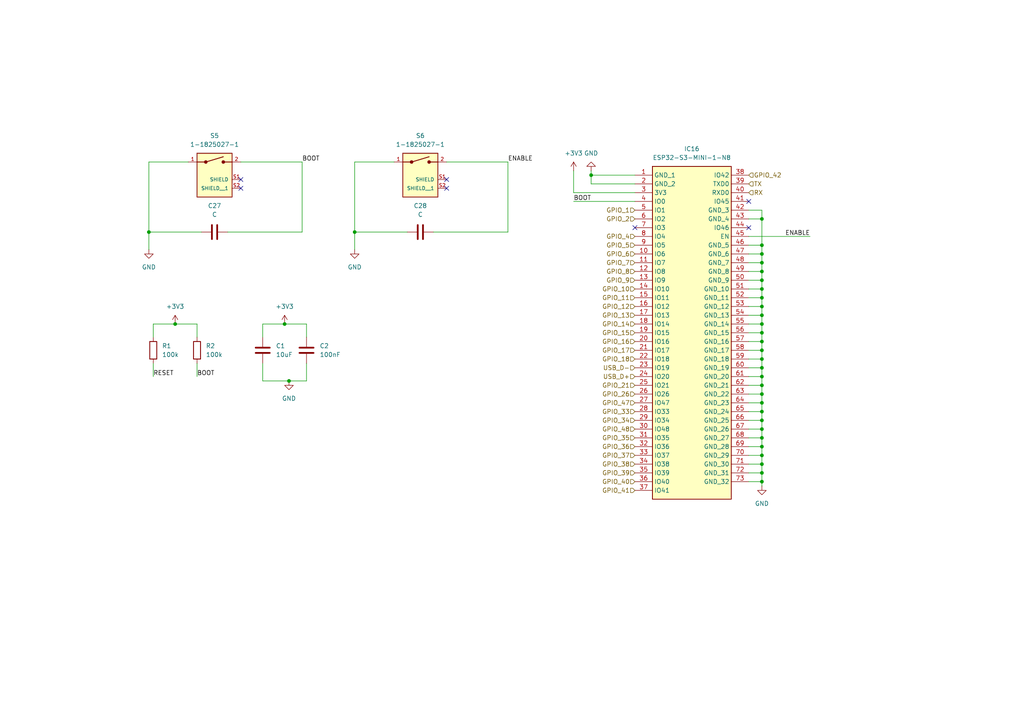
<source format=kicad_sch>
(kicad_sch (version 20250114) (generator "eeschema") (generator_version "9.0")
  (paper "A4")
  (lib_symbols
    (symbol "Device:C" (pin_numbers (hide yes)) (pin_names (offset 0.254))
      (property "Reference" "C" (at 0.635 2.54 0))
      (property "Value" "C" (at 0.635 -2.54 0))
      (symbol "C_0_1"
        (polyline (pts (xy -2.032 0.762) (xy 2.032 0.762)) (stroke (width 0.508)))
        (polyline (pts (xy -2.032 -0.762) (xy 2.032 -0.762)) (stroke (width 0.508)))
      )
      (symbol "C_1_1"
        (pin passive line (at 0 3.81 270) (length 2.794) (name "~") (number "1"))
        (pin passive line (at 0 -3.81 90) (length 2.794) (name "~") (number "2"))
      )
    )
    (symbol "Device:R" (pin_numbers (hide yes)) (pin_names (offset 0))
      (property "Reference" "R" (at 2.032 0 90))
      (property "Value" "R" (at 0 0 90))
      (symbol "R_0_1"
        (rectangle (start -1.016 -2.54) (end 1.016 2.54) (stroke (width 0.254)))
      )
      (symbol "R_1_1"
        (pin passive line (at 0 3.81 270) (length 1.27) (name "~") (number "1"))
        (pin passive line (at 0 -3.81 90) (length 1.27) (name "~") (number "2"))
      )
    )
    (symbol "ESP32-S3-MINI-1-N8-C:ESP32-S3-MINI-1-N8"
      (property "Reference" "IC" (at 29.21 7.62 0))
      (property "Value" "ESP32-S3-MINI-1-N8" (at 29.21 5.08 0))
      (symbol "ESP32-S3-MINI-1-N8_1_1"
        (rectangle (start 5.08 2.54) (end 27.94 -93.98) (stroke (width 0.254)) (fill (type background)))
        (pin passive line (at 0 0 0) (length 5.08) (name "GND_1") (number "1"))
        (pin passive line (at 0 -2.54 0) (length 5.08) (name "GND_2") (number "2"))
        (pin passive line (at 0 -5.08 0) (length 5.08) (name "3V3") (number "3"))
        (pin passive line (at 0 -7.62 0) (length 5.08) (name "IO0") (number "4"))
        (pin passive line (at 0 -10.16 0) (length 5.08) (name "IO1") (number "5"))
        (pin passive line (at 0 -12.7 0) (length 5.08) (name "IO2") (number "6"))
        (pin passive line (at 0 -15.24 0) (length 5.08) (name "IO3") (number "7"))
        (pin passive line (at 0 -17.78 0) (length 5.08) (name "IO4") (number "8"))
        (pin passive line (at 0 -20.32 0) (length 5.08) (name "IO5") (number "9"))
        (pin passive line (at 0 -22.86 0) (length 5.08) (name "IO6") (number "10"))
        (pin passive line (at 0 -25.4 0) (length 5.08) (name "IO7") (number "11"))
        (pin passive line (at 0 -27.94 0) (length 5.08) (name "IO8") (number "12"))
        (pin passive line (at 0 -30.48 0) (length 5.08) (name "IO9") (number "13"))
        (pin passive line (at 0 -33.02 0) (length 5.08) (name "IO10") (number "14"))
        (pin passive line (at 0 -35.56 0) (length 5.08) (name "IO11") (number "15"))
        (pin passive line (at 0 -38.1 0) (length 5.08) (name "IO12") (number "16"))
        (pin passive line (at 0 -40.64 0) (length 5.08) (name "IO13") (number "17"))
        (pin passive line (at 0 -43.18 0) (length 5.08) (name "IO14") (number "18"))
        (pin passive line (at 0 -45.72 0) (length 5.08) (name "IO15") (number "19"))
        (pin passive line (at 0 -48.26 0) (length 5.08) (name "IO16") (number "20"))
        (pin passive line (at 0 -50.8 0) (length 5.08) (name "IO17") (number "21"))
        (pin passive line (at 0 -53.34 0) (length 5.08) (name "IO18") (number "22"))
        (pin passive line (at 0 -55.88 0) (length 5.08) (name "IO19") (number "23"))
        (pin passive line (at 0 -58.42 0) (length 5.08) (name "IO20") (number "24"))
        (pin passive line (at 0 -60.96 0) (length 5.08) (name "IO21") (number "25"))
        (pin passive line (at 0 -63.5 0) (length 5.08) (name "IO26") (number "26"))
        (pin passive line (at 0 -66.04 0) (length 5.08) (name "IO47") (number "27"))
        (pin passive line (at 0 -68.58 0) (length 5.08) (name "IO33") (number "28"))
        (pin passive line (at 0 -71.12 0) (length 5.08) (name "IO34") (number "29"))
        (pin passive line (at 0 -73.66 0) (length 5.08) (name "IO48") (number "30"))
        (pin passive line (at 0 -76.2 0) (length 5.08) (name "IO35") (number "31"))
        (pin passive line (at 0 -78.74 0) (length 5.08) (name "IO36") (number "32"))
        (pin passive line (at 0 -81.28 0) (length 5.08) (name "IO37") (number "33"))
        (pin passive line (at 0 -83.82 0) (length 5.08) (name "IO38") (number "34"))
        (pin passive line (at 0 -86.36 0) (length 5.08) (name "IO39") (number "35"))
        (pin passive line (at 0 -88.9 0) (length 5.08) (name "IO40") (number "36"))
        (pin passive line (at 0 -91.44 0) (length 5.08) (name "IO41") (number "37"))
        (pin passive line (at 33.02 0 180) (length 5.08) (name "IO42") (number "38"))
        (pin passive line (at 33.02 -2.54 180) (length 5.08) (name "TXD0") (number "39"))
        (pin passive line (at 33.02 -5.08 180) (length 5.08) (name "RXD0") (number "40"))
        (pin passive line (at 33.02 -7.62 180) (length 5.08) (name "IO45") (number "41"))
        (pin passive line (at 33.02 -10.16 180) (length 5.08) (name "GND_3") (number "42"))
        (pin passive line (at 33.02 -12.7 180) (length 5.08) (name "GND_4") (number "43"))
        (pin passive line (at 33.02 -15.24 180) (length 5.08) (name "IO46") (number "44"))
        (pin passive line (at 33.02 -17.78 180) (length 5.08) (name "EN") (number "45"))
        (pin passive line (at 33.02 -20.32 180) (length 5.08) (name "GND_5") (number "46"))
        (pin passive line (at 33.02 -22.86 180) (length 5.08) (name "GND_6") (number "47"))
        (pin passive line (at 33.02 -25.4 180) (length 5.08) (name "GND_7") (number "48"))
        (pin passive line (at 33.02 -27.94 180) (length 5.08) (name "GND_8") (number "49"))
        (pin passive line (at 33.02 -30.48 180) (length 5.08) (name "GND_9") (number "50"))
        (pin passive line (at 33.02 -33.02 180) (length 5.08) (name "GND_10") (number "51"))
        (pin passive line (at 33.02 -35.56 180) (length 5.08) (name "GND_11") (number "52"))
        (pin passive line (at 33.02 -38.1 180) (length 5.08) (name "GND_12") (number "53"))
        (pin passive line (at 33.02 -40.64 180) (length 5.08) (name "GND_13") (number "54"))
        (pin passive line (at 33.02 -43.18 180) (length 5.08) (name "GND_14") (number "55"))
        (pin passive line (at 33.02 -45.72 180) (length 5.08) (name "GND_15") (number "56"))
        (pin passive line (at 33.02 -48.26 180) (length 5.08) (name "GND_16") (number "57"))
        (pin passive line (at 33.02 -50.8 180) (length 5.08) (name "GND_17") (number "58"))
        (pin passive line (at 33.02 -53.34 180) (length 5.08) (name "GND_18") (number "59"))
        (pin passive line (at 33.02 -55.88 180) (length 5.08) (name "GND_19") (number "60"))
        (pin passive line (at 33.02 -58.42 180) (length 5.08) (name "GND_20") (number "61"))
        (pin passive line (at 33.02 -60.96 180) (length 5.08) (name "GND_21") (number "62"))
        (pin passive line (at 33.02 -63.5 180) (length 5.08) (name "GND_22") (number "63"))
        (pin passive line (at 33.02 -66.04 180) (length 5.08) (name "GND_23") (number "64"))
        (pin passive line (at 33.02 -68.58 180) (length 5.08) (name "GND_24") (number "65"))
        (pin passive line (at 33.02 -71.12 180) (length 5.08) (name "GND_25") (number "66"))
        (pin passive line (at 33.02 -73.66 180) (length 5.08) (name "GND_26") (number "67"))
        (pin passive line (at 33.02 -76.2 180) (length 5.08) (name "GND_27") (number "68"))
        (pin passive line (at 33.02 -78.74 180) (length 5.08) (name "GND_28") (number "69"))
        (pin passive line (at 33.02 -81.28 180) (length 5.08) (name "GND_29") (number "70"))
        (pin passive line (at 33.02 -83.82 180) (length 5.08) (name "GND_30") (number "71"))
        (pin passive line (at 33.02 -86.36 180) (length 5.08) (name "GND_31") (number "72"))
        (pin passive line (at 33.02 -88.9 180) (length 5.08) (name "GND_32") (number "73"))
      )
    )
    (symbol "afterburner_symbolic:1-1825027-1" (pin_names (offset 1.016))
      (property "Reference" "S" (at -5.0839 5.5923 0))
      (property "Value" "1-1825027-1" (at -5.0831 -9.9105 0))
      (symbol "1-1825027-1_0_0"
        (polyline (pts (xy -5.08 2.54) (xy -2.54 2.54)) (stroke (width 0.254)))
        (rectangle (start -5.08 -7.62) (end 5.08 5.08) (stroke (width 0.254)) (fill (type background)))
        (circle (center -2.54 2.54) (radius 0.254) (stroke (width 0.508)))
        (polyline (pts (xy -2.54 2.54) (xy 2.54 4.064)) (stroke (width 0.254)))
        (polyline (pts (xy 2.54 2.54) (xy 5.08 2.54)) (stroke (width 0.254)))
        (circle (center 2.54 2.54) (radius 0.254) (stroke (width 0.508)))
        (pin passive line (at -7.62 2.54 0) (length 2.54) (name "~") (number "1"))
        (pin passive line (at 7.62 2.54 180) (length 2.54) (name "~") (number "2"))
        (pin power_in line (at 7.62 -2.54 180) (length 2.54) (name "SHIELD") (number "S1"))
        (pin power_in line (at 7.62 -5.08 180) (length 2.54) (name "SHIELD__1") (number "S2"))
      )
    )
    (symbol "power:+3V3" (power) (pin_numbers (hide yes)) (pin_names (offset 0) (hide yes))
      (property "Value" "+3V3" (at 0 3.556 0))
      (symbol "+3V3_0_1"
        (polyline (pts (xy -0.762 1.27) (xy 0 2.54)))
        (polyline (pts (xy 0 2.54) (xy 0.762 1.27)))
        (polyline (pts (xy 0 0) (xy 0 2.54)))
      )
      (symbol "+3V3_1_1"
        (pin power_in line (at 0 0 90) (length 0) (name "~") (number "1"))
      )
    )
    (symbol "power:GND" (power) (pin_numbers (hide yes)) (pin_names (offset 0) (hide yes))
      (property "Value" "GND" (at 0 -3.81 0))
      (symbol "GND_0_1"
        (polyline (pts (xy 0 0) (xy 0 -1.27) (xy 1.27 -1.27) (xy 0 -2.54) (xy -1.27 -1.27) (xy 0 -1.27)))
      )
      (symbol "GND_1_1"
        (pin power_in line (at 0 0 270) (length 0) (name "~") (number "1"))
      )
    )
  )
  (junction (at 220.98 71.12))
  (junction (at 220.98 86.36))
  (junction (at 220.98 93.98))
  (junction (at 220.98 88.9))
  (junction (at 220.98 63.5))
  (junction (at 220.98 91.44))
  (junction (at 220.98 137.16))
  (junction (at 171.45 50.8))
  (junction (at 220.98 104.14))
  (junction (at 220.98 96.52))
  (junction (at 220.98 139.7))
  (junction (at 220.98 132.08))
  (junction (at 220.98 116.84))
  (junction (at 220.98 78.74))
  (junction (at 220.98 109.22))
  (junction (at 220.98 129.54))
  (junction (at 220.98 106.68))
  (junction (at 83.82 110.49))
  (junction (at 102.87 67.31))
  (junction (at 220.98 111.76))
  (junction (at 220.98 127))
  (junction (at 43.18 67.31))
  (junction (at 220.98 101.6))
  (junction (at 220.98 134.62))
  (junction (at 220.98 121.92))
  (junction (at 220.98 124.46))
  (junction (at 50.8 93.98))
  (junction (at 82.55 93.98))
  (junction (at 220.98 76.2))
  (junction (at 220.98 119.38))
  (junction (at 220.98 99.06))
  (junction (at 220.98 73.66))
  (junction (at 220.98 83.82))
  (junction (at 220.98 81.28))
  (junction (at 220.98 114.3))
  (no_connect (at 217.17 58.42))
  (no_connect (at 69.85 54.61))
  (no_connect (at 184.15 66.04))
  (no_connect (at 217.17 66.04))
  (no_connect (at 129.54 52.07))
  (no_connect (at 129.54 54.61))
  (no_connect (at 69.85 52.07))
  (wire (pts (xy 220.98 99.06) (xy 220.98 96.52)))
  (wire (pts (xy 217.17 86.36) (xy 220.98 86.36)))
  (wire (pts (xy 217.17 119.38) (xy 220.98 119.38)))
  (wire (pts (xy 217.17 134.62) (xy 220.98 134.62)))
  (wire (pts (xy 166.37 55.88) (xy 184.15 55.88)))
  (wire (pts (xy 220.98 83.82) (xy 220.98 81.28)))
  (wire (pts (xy 220.98 76.2) (xy 220.98 73.66)))
  (wire (pts (xy 43.18 46.99) (xy 54.61 46.99)))
  (wire (pts (xy 217.17 88.9) (xy 220.98 88.9)))
  (wire (pts (xy 102.87 67.31) (xy 118.11 67.31)))
  (wire (pts (xy 147.32 67.31) (xy 125.73 67.31)))
  (wire (pts (xy 171.45 53.34) (xy 184.15 53.34)))
  (wire (pts (xy 220.98 93.98) (xy 220.98 91.44)))
  (wire (pts (xy 147.32 46.99) (xy 147.32 67.31)))
  (wire (pts (xy 220.98 134.62) (xy 220.98 137.16)))
  (wire (pts (xy 129.54 46.99) (xy 147.32 46.99)))
  (wire (pts (xy 220.98 119.38) (xy 220.98 121.92)))
  (wire (pts (xy 57.15 105.41) (xy 57.15 109.22)))
  (wire (pts (xy 102.87 67.31) (xy 102.87 46.99)))
  (wire (pts (xy 220.98 78.74) (xy 220.98 76.2)))
  (wire (pts (xy 166.37 58.42) (xy 184.15 58.42)))
  (wire (pts (xy 220.98 139.7) (xy 220.98 140.97)))
  (wire (pts (xy 76.2 110.49) (xy 83.82 110.49)))
  (wire (pts (xy 217.17 91.44) (xy 220.98 91.44)))
  (wire (pts (xy 220.98 114.3) (xy 220.98 116.84)))
  (wire (pts (xy 220.98 71.12) (xy 217.17 71.12)))
  (wire (pts (xy 220.98 81.28) (xy 220.98 78.74)))
  (wire (pts (xy 88.9 105.41) (xy 88.9 110.49)))
  (wire (pts (xy 217.17 73.66) (xy 220.98 73.66)))
  (wire (pts (xy 217.17 60.96) (xy 220.98 60.96)))
  (wire (pts (xy 87.63 46.99) (xy 87.63 67.31)))
  (wire (pts (xy 220.98 127) (xy 220.98 129.54)))
  (wire (pts (xy 217.17 111.76) (xy 220.98 111.76)))
  (wire (pts (xy 217.17 132.08) (xy 220.98 132.08)))
  (wire (pts (xy 220.98 132.08) (xy 220.98 134.62)))
  (wire (pts (xy 87.63 67.31) (xy 66.04 67.31)))
  (wire (pts (xy 217.17 78.74) (xy 220.98 78.74)))
  (wire (pts (xy 57.15 93.98) (xy 50.8 93.98)))
  (wire (pts (xy 220.98 114.3) (xy 220.98 111.76)))
  (wire (pts (xy 220.98 137.16) (xy 220.98 139.7)))
  (wire (pts (xy 217.17 109.22) (xy 220.98 109.22)))
  (wire (pts (xy 44.45 105.41) (xy 44.45 109.22)))
  (wire (pts (xy 220.98 106.68) (xy 220.98 104.14)))
  (wire (pts (xy 234.95 68.58) (xy 217.17 68.58)))
  (wire (pts (xy 220.98 121.92) (xy 220.98 124.46)))
  (wire (pts (xy 171.45 53.34) (xy 171.45 50.8)))
  (wire (pts (xy 166.37 49.53) (xy 166.37 55.88)))
  (wire (pts (xy 76.2 93.98) (xy 82.55 93.98)))
  (wire (pts (xy 217.17 129.54) (xy 220.98 129.54)))
  (wire (pts (xy 43.18 72.39) (xy 43.18 67.31)))
  (wire (pts (xy 220.98 104.14) (xy 220.98 101.6)))
  (wire (pts (xy 88.9 97.79) (xy 88.9 93.98)))
  (wire (pts (xy 217.17 127) (xy 220.98 127)))
  (wire (pts (xy 220.98 111.76) (xy 220.98 109.22)))
  (wire (pts (xy 43.18 67.31) (xy 43.18 46.99)))
  (wire (pts (xy 220.98 96.52) (xy 220.98 93.98)))
  (wire (pts (xy 102.87 72.39) (xy 102.87 67.31)))
  (wire (pts (xy 220.98 116.84) (xy 220.98 119.38)))
  (wire (pts (xy 217.17 76.2) (xy 220.98 76.2)))
  (wire (pts (xy 57.15 97.79) (xy 57.15 93.98)))
  (wire (pts (xy 69.85 46.99) (xy 87.63 46.99)))
  (wire (pts (xy 217.17 104.14) (xy 220.98 104.14)))
  (wire (pts (xy 217.17 139.7) (xy 220.98 139.7)))
  (wire (pts (xy 220.98 88.9) (xy 220.98 86.36)))
  (wire (pts (xy 220.98 124.46) (xy 220.98 127)))
  (wire (pts (xy 88.9 110.49) (xy 83.82 110.49)))
  (wire (pts (xy 217.17 116.84) (xy 220.98 116.84)))
  (wire (pts (xy 217.17 99.06) (xy 220.98 99.06)))
  (wire (pts (xy 171.45 50.8) (xy 171.45 49.53)))
  (wire (pts (xy 220.98 109.22) (xy 220.98 106.68)))
  (wire (pts (xy 220.98 73.66) (xy 220.98 71.12)))
  (wire (pts (xy 44.45 93.98) (xy 44.45 97.79)))
  (wire (pts (xy 217.17 106.68) (xy 220.98 106.68)))
  (wire (pts (xy 220.98 86.36) (xy 220.98 83.82)))
  (wire (pts (xy 88.9 93.98) (xy 82.55 93.98)))
  (wire (pts (xy 217.17 96.52) (xy 220.98 96.52)))
  (wire (pts (xy 102.87 46.99) (xy 114.3 46.99)))
  (wire (pts (xy 220.98 71.12) (xy 220.98 63.5)))
  (wire (pts (xy 217.17 101.6) (xy 220.98 101.6)))
  (wire (pts (xy 76.2 105.41) (xy 76.2 110.49)))
  (wire (pts (xy 76.2 97.79) (xy 76.2 93.98)))
  (wire (pts (xy 43.18 67.31) (xy 58.42 67.31)))
  (wire (pts (xy 217.17 81.28) (xy 220.98 81.28)))
  (wire (pts (xy 217.17 83.82) (xy 220.98 83.82)))
  (wire (pts (xy 217.17 121.92) (xy 220.98 121.92)))
  (wire (pts (xy 220.98 101.6) (xy 220.98 99.06)))
  (wire (pts (xy 220.98 60.96) (xy 220.98 63.5)))
  (wire (pts (xy 217.17 124.46) (xy 220.98 124.46)))
  (wire (pts (xy 220.98 129.54) (xy 220.98 132.08)))
  (wire (pts (xy 220.98 63.5) (xy 217.17 63.5)))
  (wire (pts (xy 171.45 50.8) (xy 184.15 50.8)))
  (wire (pts (xy 217.17 114.3) (xy 220.98 114.3)))
  (wire (pts (xy 220.98 91.44) (xy 220.98 88.9)))
  (wire (pts (xy 44.45 93.98) (xy 50.8 93.98)))
  (wire (pts (xy 217.17 93.98) (xy 220.98 93.98)))
  (wire (pts (xy 217.17 137.16) (xy 220.98 137.16)))
  (label "BOOT" (at 57.15 109.22 0))
  (label "ENABLE" (at 234.95 68.58 180))
  (label "RESET" (at 44.45 109.22 0))
  (label "BOOT" (at 166.37 58.42 0))
  (label "ENABLE" (at 147.32 46.99 0))
  (label "BOOT" (at 87.63 46.99 0))
  (hierarchical_label "GPIO_10" (shape input) (at 184.15 83.82 180))
  (hierarchical_label "USB_D+" (shape input) (at 184.15 109.22 180))
  (hierarchical_label "GPIO_4" (shape input) (at 184.15 68.58 180))
  (hierarchical_label "USB_D-" (shape input) (at 184.15 106.68 180))
  (hierarchical_label "GPIO_7" (shape input) (at 184.15 76.2 180))
  (hierarchical_label "GPIO_42" (shape input) (at 217.17 50.8 0))
  (hierarchical_label "GPIO_36" (shape input) (at 184.15 129.54 180))
  (hierarchical_label "GPIO_15" (shape input) (at 184.15 96.52 180))
  (hierarchical_label "GPIO_38" (shape input) (at 184.15 134.62 180))
  (hierarchical_label "GPIO_17" (shape input) (at 184.15 101.6 180))
  (hierarchical_label "GPIO_26" (shape input) (at 184.15 114.3 180))
  (hierarchical_label "GPIO_9" (shape input) (at 184.15 81.28 180))
  (hierarchical_label "GPIO_5" (shape input) (at 184.15 71.12 180))
  (hierarchical_label "GPIO_48" (shape input) (at 184.15 124.46 180))
  (hierarchical_label "TX" (shape input) (at 217.17 53.34 0))
  (hierarchical_label "GPIO_11" (shape input) (at 184.15 86.36 180))
  (hierarchical_label "GPIO_41" (shape input) (at 184.15 142.24 180))
  (hierarchical_label "GPIO_39" (shape input) (at 184.15 137.16 180))
  (hierarchical_label "GPIO_21" (shape input) (at 184.15 111.76 180))
  (hierarchical_label "GPIO_8" (shape input) (at 184.15 78.74 180))
  (hierarchical_label "GPIO_12" (shape input) (at 184.15 88.9 180))
  (hierarchical_label "GPIO_13" (shape input) (at 184.15 91.44 180))
  (hierarchical_label "GPIO_2" (shape input) (at 184.15 63.5 180))
  (hierarchical_label "GPIO_1" (shape input) (at 184.15 60.96 180))
  (hierarchical_label "RX" (shape input) (at 217.17 55.88 0))
  (hierarchical_label "GPIO_37" (shape input) (at 184.15 132.08 180))
  (hierarchical_label "GPIO_34" (shape input) (at 184.15 121.92 180))
  (hierarchical_label "GPIO_16" (shape input) (at 184.15 99.06 180))
  (hierarchical_label "GPIO_47" (shape input) (at 184.15 116.84 180))
  (hierarchical_label "GPIO_35" (shape input) (at 184.15 127 180))
  (hierarchical_label "GPIO_6" (shape input) (at 184.15 73.66 180))
  (hierarchical_label "GPIO_40" (shape input) (at 184.15 139.7 180))
  (hierarchical_label "GPIO_33" (shape input) (at 184.15 119.38 180))
  (hierarchical_label "GPIO_18" (shape input) (at 184.15 104.14 180))
  (hierarchical_label "GPIO_14" (shape input) (at 184.15 93.98 180))
  (symbol (lib_id "Device:C") (at 121.92 67.31 90) (unit 1)
    (property "Reference" "C28" (at 121.92 59.69 90))
    (property "Value" "C" (at 121.92 62.23 90))
    (property "Footprint" "Capacitor_SMD:C_0402_1005Metric" (effects (hide yes)))
    (property "Description" "Unpolarized capacitor" (effects (hide yes)))
  )
  (symbol (lib_id "Device:R") (at 57.15 101.6 0) (unit 1)
    (property "Reference" "R2" (at 59.69 100.3299 0) (effects (justify left)))
    (property "Value" "100k" (at 59.69 102.8699 0) (effects (justify left)))
    (property "Description" "Resistor" (effects (hide yes)))
  )
  (symbol (lib_id "afterburner_symbolic:1-1825027-1") (at 62.23 49.53 0) (unit 1)
    (property "Reference" "S5" (at 62.23 39.37 0))
    (property "Value" "1-1825027-1" (at 62.23 41.91 0))
    (property "Footprint" "Library:SW_1-1825027-1" (effects (hide yes)))
    (property "PARTREV" "G4" (effects (hide yes)))
    (property "STANDARD" "Manufacturer Recommednation" (effects (hide yes)))
    (property "MANUFACTURER" "TE Connectivity" (effects (hide yes)))
  )
  (symbol (lib_id "power:+3V3") (at 50.8 93.98 0) (unit 1)
    (property "Reference" "#PWR02" (effects (hide yes)))
    (property "Value" "+3V3" (at 50.8 88.9 0))
    (property "Description" "Power symbol creates a global label with name \"+3V3\"" (effects (hide yes)))
  )
  (symbol (lib_id "Device:C") (at 76.2 101.6 0) (unit 1)
    (property "Reference" "C1" (at 80.01 100.3299 0) (effects (justify left)))
    (property "Value" "10uF" (at 80.01 102.8699 0) (effects (justify left)))
    (property "Description" "Unpolarized capacitor" (effects (hide yes)))
  )
  (symbol (lib_id "power:+3V3") (at 82.55 93.98 0) (unit 1)
    (property "Reference" "#PWR03" (effects (hide yes)))
    (property "Value" "+3V3" (at 82.55 88.9 0))
    (property "Description" "Power symbol creates a global label with name \"+3V3\"" (effects (hide yes)))
  )
  (symbol (lib_id "Device:C") (at 62.23 67.31 90) (unit 1)
    (property "Reference" "C27" (at 62.23 59.69 90))
    (property "Value" "C" (at 62.23 62.23 90))
    (property "Footprint" "Capacitor_SMD:C_0402_1005Metric" (effects (hide yes)))
    (property "Description" "Unpolarized capacitor" (effects (hide yes)))
  )
  (symbol (lib_id "ESP32-S3-MINI-1-N8-C:ESP32-S3-MINI-1-N8") (at 184.15 50.8 0) (unit 1)
    (property "Reference" "IC16" (at 200.66 43.18 0))
    (property "Value" "ESP32-S3-MINI-1-N8" (at 200.66 45.72 0))
    (property "Footprint" "Library:ESP32S3MINI1N8" (effects (hide yes)))
    (property "Datasheet" "https://www.espressif.com/sites/default/files/documentation/esp32-s3-mini-1_mini-1u_datasheet_en.pdf" (effects (hide yes)))
    (property "Description" "WiFi Development Tools - 802.11 [Engineering Samples] SMD Module, ESP32-S3FN8, 8 MB SPI Flash, PCB Antenna" (effects (hide yes)))
    (property "Height" "2.55" (effects (hide yes)))
    (property "Mouser Part Number" "356-ESP32-S3-MINI1N8" (effects (hide yes)))
    (property "Mouser Price/Stock" "https://www.mouser.co.uk/ProductDetail/Espressif-Systems/ESP32-S3-MINI-1-N8?qs=XAiT9M5g4x82rl6F%2FIYUQg%3D%3D" (effects (hide yes)))
    (property "Manufacturer_Name" "Espressif Systems" (effects (hide yes)))
    (property "Manufacturer_Part_Number" "ESP32-S3-MINI-1-N8" (effects (hide yes)))
  )
  (symbol (lib_id "power:GND") (at 171.45 49.53 0) (mirror x) (unit 1)
    (property "Reference" "#PWR043" (effects (hide yes)))
    (property "Value" "GND" (at 171.45 44.45 0))
    (property "Description" "Power symbol creates a global label with name \"GND\" , ground" (effects (hide yes)))
  )
  (symbol (lib_id "Device:R") (at 44.45 101.6 0) (unit 1)
    (property "Reference" "R1" (at 46.99 100.3299 0) (effects (justify left)))
    (property "Value" "100k" (at 46.99 102.8699 0) (effects (justify left)))
    (property "Description" "Resistor" (effects (hide yes)))
  )
  (symbol (lib_id "power:GND") (at 83.82 110.49 0) (unit 1)
    (property "Reference" "#PWR04" (effects (hide yes)))
    (property "Value" "GND" (at 83.82 115.57 0))
    (property "Description" "Power symbol creates a global label with name \"GND\" , ground" (effects (hide yes)))
  )
  (symbol (lib_id "power:GND") (at 43.18 72.39 0) (unit 1)
    (property "Reference" "#PWR0121" (effects (hide yes)))
    (property "Value" "GND" (at 43.18 77.47 0))
    (property "Description" "Power symbol creates a global label with name \"GND\" , ground" (effects (hide yes)))
  )
  (symbol (lib_id "power:GND") (at 102.87 72.39 0) (unit 1)
    (property "Reference" "#PWR0122" (effects (hide yes)))
    (property "Value" "GND" (at 102.87 77.47 0))
    (property "Description" "Power symbol creates a global label with name \"GND\" , ground" (effects (hide yes)))
  )
  (symbol (lib_id "Device:C") (at 88.9 101.6 0) (unit 1)
    (property "Reference" "C2" (at 92.71 100.3299 0) (effects (justify left)))
    (property "Value" "100nF" (at 92.71 102.8699 0) (effects (justify left)))
    (property "Description" "Unpolarized capacitor" (effects (hide yes)))
  )
  (symbol (lib_id "afterburner_symbolic:1-1825027-1") (at 121.92 49.53 0) (unit 1)
    (property "Reference" "S6" (at 121.92 39.37 0))
    (property "Value" "1-1825027-1" (at 121.92 41.91 0))
    (property "Footprint" "Library:SW_1-1825027-1" (effects (hide yes)))
    (property "PARTREV" "G4" (effects (hide yes)))
    (property "STANDARD" "Manufacturer Recommednation" (effects (hide yes)))
    (property "MANUFACTURER" "TE Connectivity" (effects (hide yes)))
  )
  (symbol (lib_id "power:GND") (at 220.98 140.97 0) (mirror y) (unit 1)
    (property "Reference" "#PWR044" (effects (hide yes)))
    (property "Value" "GND" (at 220.98 146.05 0))
    (property "Description" "Power symbol creates a global label with name \"GND\" , ground" (effects (hide yes)))
  )
  (symbol (lib_id "power:+3V3") (at 166.37 49.53 0) (unit 1)
    (property "Reference" "#PWR01" (effects (hide yes)))
    (property "Value" "+3V3" (at 166.37 44.45 0))
    (property "Description" "Power symbol creates a global label with name \"+3V3\"" (effects (hide yes)))
  )
)
</source>
